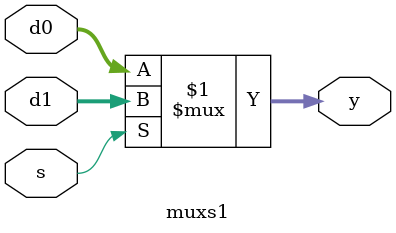
<source format=v>
`timescale 1ns / 1ps

module muxs1 (
d0,
d1,
s,
y
);
parameter WIDTH = 8;
input wire [WIDTH - 1:0] d0;
input wire [WIDTH - 1:0] d1;
input  wire s;
output wire [WIDTH - 1:0] y;

assign y = (s) ? d1 : d0;
endmodule
</source>
